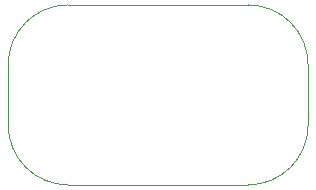
<source format=gbr>
%TF.GenerationSoftware,KiCad,Pcbnew,7.0.5*%
%TF.CreationDate,2024-01-10T20:03:32+02:00*%
%TF.ProjectId,Clock Push Button,436c6f63-6b20-4507-9573-682042757474,rev?*%
%TF.SameCoordinates,Original*%
%TF.FileFunction,Profile,NP*%
%FSLAX46Y46*%
G04 Gerber Fmt 4.6, Leading zero omitted, Abs format (unit mm)*
G04 Created by KiCad (PCBNEW 7.0.5) date 2024-01-10 20:03:32*
%MOMM*%
%LPD*%
G01*
G04 APERTURE LIST*
%TA.AperFunction,Profile*%
%ADD10C,0.100000*%
%TD*%
G04 APERTURE END LIST*
D10*
X115569998Y-63500002D02*
X130810000Y-63500000D01*
X135890001Y-53339998D02*
G75*
G03*
X130810002Y-48259999I-5080001J-2D01*
G01*
X130810000Y-48259999D02*
X115570000Y-48260000D01*
X110489998Y-58420002D02*
G75*
G03*
X115569998Y-63500002I5080002J2D01*
G01*
X110490000Y-53340000D02*
X110489998Y-58420002D01*
X130810000Y-63500000D02*
G75*
G03*
X135890000Y-58420000I0J5080000D01*
G01*
X135890001Y-53339998D02*
X135890000Y-58420000D01*
X115570000Y-48260000D02*
G75*
G03*
X110490000Y-53340000I0J-5080000D01*
G01*
M02*

</source>
